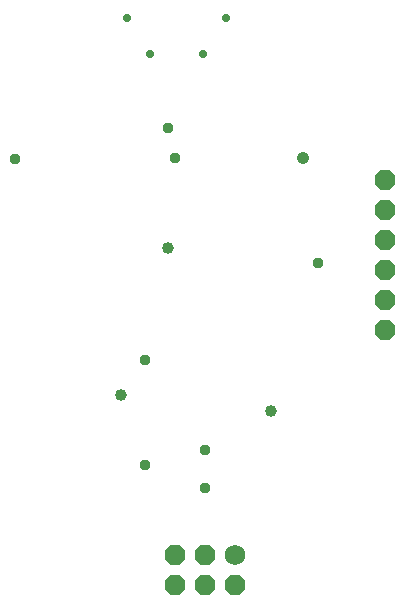
<source format=gbr>
G04 EAGLE Gerber RS-274X export*
G75*
%MOMM*%
%FSLAX34Y34*%
%LPD*%
%INSoldermask Bottom*%
%IPPOS*%
%AMOC8*
5,1,8,0,0,1.08239X$1,22.5*%
G01*
%ADD10C,0.703200*%
%ADD11C,1.727200*%
%ADD12P,1.869504X8X202.500000*%
%ADD13C,0.959600*%
%ADD14C,1.009600*%
%ADD15C,1.059600*%


D10*
X588670Y869160D03*
X544170Y869160D03*
X608170Y899160D03*
X524670Y899160D03*
D11*
X615950Y444500D03*
D12*
X590550Y444500D03*
X565150Y444500D03*
X615950Y419100D03*
X590550Y419100D03*
X565150Y419100D03*
X742950Y635000D03*
X742950Y660400D03*
X742950Y685800D03*
X742950Y711200D03*
X742950Y736600D03*
X742950Y762000D03*
D13*
X539750Y520700D03*
X539750Y609600D03*
D14*
X646430Y566674D03*
X518922Y580644D03*
X558800Y704850D03*
D13*
X565150Y781050D03*
X429768Y779780D03*
D15*
X673100Y781050D03*
D13*
X685800Y692150D03*
X590550Y501650D03*
X590550Y533400D03*
X558800Y806450D03*
M02*

</source>
